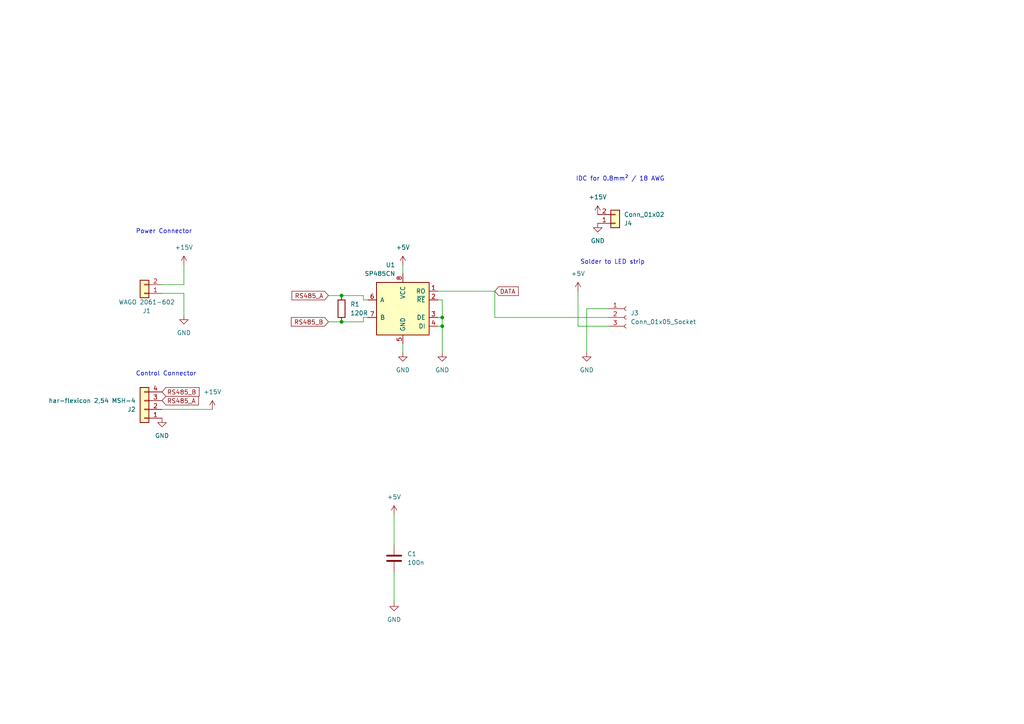
<source format=kicad_sch>
(kicad_sch (version 20230121) (generator eeschema)
  (paper "A4")
  (lib_symbols
    (symbol "Connector:Conn_01x03_Socket" (pin_names (offset 1.016) hide)
      (property "Reference" "J" (at 0 5.08 0))
      (property "Value" "Conn_01x03_Socket" (at 0 -5.08 0))
      (symbol "Conn_01x03_Socket_1_1"
        (arc (start 0 -2.032) (mid -0.5058 -2.54) (end 0 -3.048) (stroke (width 0.1524)))
        (polyline (pts (xy -1.27 -2.54) (xy -0.508 -2.54)) (stroke (width 0.1524)))
        (polyline (pts (xy -1.27 0) (xy -0.508 0)) (stroke (width 0.1524)))
        (polyline (pts (xy -1.27 2.54) (xy -0.508 2.54)) (stroke (width 0.1524)))
        (arc (start 0 0.508) (mid -0.5058 0) (end 0 -0.508) (stroke (width 0.1524)))
        (arc (start 0 3.048) (mid -0.5058 2.54) (end 0 2.032) (stroke (width 0.1524)))
        (pin passive line (at -5.08 2.54 0) (length 3.81) (name "Pin_1") (number "1"))
        (pin passive line (at -5.08 0 0) (length 3.81) (name "Pin_2") (number "2"))
        (pin passive line (at -5.08 -2.54 0) (length 3.81) (name "Pin_3") (number "3"))
      )
    )
    (symbol "Connector_Generic:Conn_01x02" (pin_names (offset 1.016) hide)
      (property "Reference" "J" (at 0 2.54 0))
      (property "Value" "Conn_01x02" (at 0 -5.08 0))
      (symbol "Conn_01x02_1_1"
        (rectangle (start -1.27 -2.413) (end 0 -2.667) (stroke (width 0.1524)))
        (rectangle (start -1.27 0.127) (end 0 -0.127) (stroke (width 0.1524)))
        (rectangle (start -1.27 1.27) (end 1.27 -3.81) (stroke (width 0.254)) (fill (type background)))
        (pin passive line (at -5.08 0 0) (length 3.81) (name "Pin_1") (number "1"))
        (pin passive line (at -5.08 -2.54 0) (length 3.81) (name "Pin_2") (number "2"))
      )
    )
    (symbol "Connector_Generic:Conn_01x04" (pin_names (offset 1.016) hide)
      (property "Reference" "J" (at 0 5.08 0))
      (property "Value" "Conn_01x04" (at 0 -7.62 0))
      (symbol "Conn_01x04_1_1"
        (rectangle (start -1.27 -4.953) (end 0 -5.207) (stroke (width 0.1524)))
        (rectangle (start -1.27 -2.413) (end 0 -2.667) (stroke (width 0.1524)))
        (rectangle (start -1.27 0.127) (end 0 -0.127) (stroke (width 0.1524)))
        (rectangle (start -1.27 2.667) (end 0 2.413) (stroke (width 0.1524)))
        (rectangle (start -1.27 3.81) (end 1.27 -6.35) (stroke (width 0.254)) (fill (type background)))
        (pin passive line (at -5.08 2.54 0) (length 3.81) (name "Pin_1") (number "1"))
        (pin passive line (at -5.08 0 0) (length 3.81) (name "Pin_2") (number "2"))
        (pin passive line (at -5.08 -2.54 0) (length 3.81) (name "Pin_3") (number "3"))
        (pin passive line (at -5.08 -5.08 0) (length 3.81) (name "Pin_4") (number "4"))
      )
    )
    (symbol "Device:C" (pin_numbers hide) (pin_names (offset 0.254))
      (property "Reference" "C" (at 0.635 2.54 0))
      (property "Value" "C" (at 0.635 -2.54 0))
      (symbol "C_0_1"
        (polyline (pts (xy -2.032 -0.762) (xy 2.032 -0.762)) (stroke (width 0.508)))
        (polyline (pts (xy -2.032 0.762) (xy 2.032 0.762)) (stroke (width 0.508)))
      )
      (symbol "C_1_1"
        (pin passive line (at 0 3.81 270) (length 2.794) (name "~") (number "1"))
        (pin passive line (at 0 -3.81 90) (length 2.794) (name "~") (number "2"))
      )
    )
    (symbol "Device:R" (pin_numbers hide) (pin_names (offset 0))
      (property "Reference" "R" (at 2.032 0 90))
      (property "Value" "R" (at 0 0 90))
      (symbol "R_0_1"
        (rectangle (start -1.016 -2.54) (end 1.016 2.54) (stroke (width 0.254)))
      )
      (symbol "R_1_1"
        (pin passive line (at 0 3.81 270) (length 1.27) (name "~") (number "1"))
        (pin passive line (at 0 -3.81 90) (length 1.27) (name "~") (number "2"))
      )
    )
    (symbol "Interface_UART:SP3485CN" (pin_names (offset 1.016))
      (property "Reference" "U" (at -7.62 8.89 0))
      (property "Value" "SP3485CN" (at 2.54 8.89 0))
      (symbol "SP3485CN_0_1"
        (rectangle (start -7.62 7.62) (end 7.62 -7.62) (stroke (width 0.254)) (fill (type background)))
      )
      (symbol "SP3485CN_1_1"
        (pin output line (at -10.16 5.08 0) (length 2.54) (name "RO") (number "1"))
        (pin input line (at -10.16 2.54 0) (length 2.54) (name "~{RE}") (number "2"))
        (pin input line (at -10.16 -2.54 0) (length 2.54) (name "DE") (number "3"))
        (pin input line (at -10.16 -5.08 0) (length 2.54) (name "DI") (number "4"))
        (pin power_in line (at 0 -10.16 90) (length 2.54) (name "GND") (number "5"))
        (pin bidirectional line (at 10.16 2.54 180) (length 2.54) (name "A") (number "6"))
        (pin bidirectional line (at 10.16 -2.54 180) (length 2.54) (name "B") (number "7"))
        (pin power_in line (at 0 10.16 270) (length 2.54) (name "VCC") (number "8"))
      )
    )
    (symbol "power:+15V" (power) (pin_names (offset 0))
      (property "Value" "+15V" (at 0 3.556 0))
      (symbol "+15V_0_1"
        (polyline (pts (xy -0.762 1.27) (xy 0 2.54)))
        (polyline (pts (xy 0 0) (xy 0 2.54)))
        (polyline (pts (xy 0 2.54) (xy 0.762 1.27)))
      )
      (symbol "+15V_1_1"
        (pin power_in line (at 0 0 90) (length 0) hide (name "+15V") (number "1"))
      )
    )
    (symbol "power:+5V" (power) (pin_names (offset 0))
      (property "Value" "+5V" (at 0 3.556 0))
      (symbol "+5V_0_1"
        (polyline (pts (xy -0.762 1.27) (xy 0 2.54)))
        (polyline (pts (xy 0 0) (xy 0 2.54)))
        (polyline (pts (xy 0 2.54) (xy 0.762 1.27)))
      )
      (symbol "+5V_1_1"
        (pin power_in line (at 0 0 90) (length 0) hide (name "+5V") (number "1"))
      )
    )
    (symbol "power:GND" (power) (pin_names (offset 0))
      (property "Value" "GND" (at 0 -3.81 0))
      (symbol "GND_0_1"
        (polyline (pts (xy 0 0) (xy 0 -1.27) (xy 1.27 -1.27) (xy 0 -2.54) (xy -1.27 -1.27) (xy 0 -1.27)))
      )
      (symbol "GND_1_1"
        (pin power_in line (at 0 0 270) (length 0) hide (name "GND") (number "1"))
      )
    )
  )
  (junction (at 99.06 85.725))
  (junction (at 128.27 94.615))
  (junction (at 99.06 93.345))
  (junction (at 128.27 92.075))
  (wire (pts (xy 170.18 89.535) (xy 176.53 89.535)))
  (wire (pts (xy 53.34 82.55) (xy 46.99 82.55)))
  (wire (pts (xy 95.25 93.345) (xy 99.06 93.345)))
  (wire (pts (xy 105.41 92.075) (xy 105.41 93.345)))
  (wire (pts (xy 105.41 92.075) (xy 106.68 92.075)))
  (wire (pts (xy 99.06 93.345) (xy 105.41 93.345)))
  (wire (pts (xy 127 92.075) (xy 128.27 92.075)))
  (wire (pts (xy 127 86.995) (xy 128.27 86.995)))
  (wire (pts (xy 167.64 84.455) (xy 167.64 94.615)))
  (wire (pts (xy 105.41 86.995) (xy 106.68 86.995)))
  (wire (pts (xy 99.06 85.725) (xy 95.25 85.725)))
  (wire (pts (xy 176.53 92.075) (xy 143.51 92.075)))
  (wire (pts (xy 114.3 149.225) (xy 114.3 158.115)))
  (wire (pts (xy 143.51 84.455) (xy 127 84.455)))
  (wire (pts (xy 128.27 92.075) (xy 128.27 94.615)))
  (wire (pts (xy 105.41 85.725) (xy 105.41 86.995)))
  (wire (pts (xy 53.34 85.09) (xy 46.99 85.09)))
  (wire (pts (xy 170.18 89.535) (xy 170.18 102.235)))
  (wire (pts (xy 116.84 99.695) (xy 116.84 102.235)))
  (wire (pts (xy 46.99 118.745) (xy 61.595 118.745)))
  (wire (pts (xy 116.84 76.835) (xy 116.84 79.375)))
  (wire (pts (xy 99.06 85.725) (xy 105.41 85.725)))
  (wire (pts (xy 53.34 76.835) (xy 53.34 82.55)))
  (wire (pts (xy 167.64 94.615) (xy 176.53 94.615)))
  (wire (pts (xy 114.3 165.735) (xy 114.3 174.625)))
  (wire (pts (xy 143.51 92.075) (xy 143.51 84.455)))
  (wire (pts (xy 128.27 94.615) (xy 128.27 102.235)))
  (wire (pts (xy 127 94.615) (xy 128.27 94.615)))
  (wire (pts (xy 53.34 91.44) (xy 53.34 85.09)))
  (wire (pts (xy 128.27 86.995) (xy 128.27 92.075)))
  (text "IDC for 0.8mm² / 18 AWG" (at 167.005 52.705 0) (effects (font (size 1.27 1.27)) (justify left bottom)))
  (text "Control Connector" (at 39.37 109.22 0) (effects (font (size 1.27 1.27)) (justify left bottom)))
  (text "Solder to LED strip" (at 168.275 76.835 0) (effects (font (size 1.27 1.27)) (justify left bottom)))
  (text "Power Connector" (at 39.37 67.945 0) (effects (font (size 1.27 1.27)) (justify left bottom)))
  (global_label "RS485_A" (shape input) (at 46.99 116.205 0) (property "Intersheetrefs" "${INTERSHEET_REFS}" (effects hide)))
  (global_label "DATA" (shape input) (at 143.51 84.455 0) (property "Intersheetrefs" "${INTERSHEET_REFS}" (effects hide)))
  (global_label "RS485_B" (shape input) (at 46.99 113.665 0) (property "Intersheetrefs" "${INTERSHEET_REFS}" (effects hide)))
  (global_label "RS485_B" (shape input) (at 95.25 93.345 180) (property "Intersheetrefs" "${INTERSHEET_REFS}" (effects hide)))
  (global_label "RS485_A" (shape input) (at 95.25 85.725 180) (property "Intersheetrefs" "${INTERSHEET_REFS}" (effects hide)))
  (symbol (lib_id "power:GND") (at 128.27 102.235 0) (unit 1)
    (property "Reference" "#PWR08" (effects hide))
    (property "Value" "GND" (at 128.27 107.315 0))
  )
  (symbol (lib_id "Interface_UART:SP3485CN") (at 116.84 89.535 0) (mirror y) (unit 1)
    (property "Reference" "U1" (at 114.6459 76.835 0) (effects (justify left)))
    (property "Value" "SP485CN" (at 114.6459 79.375 0) (effects (justify left)))
    (property "Footprint" "local:SP485" (effects hide))
    (property "Datasheet" "http://www.icbase.com/pdf/SPX/SPX00480106.pdf" (effects hide))
  )
  (symbol (lib_id "power:+15V") (at 61.595 118.745 0) (unit 1)
    (property "Reference" "#PWR013" (effects hide))
    (property "Value" "+15V" (at 61.595 113.665 0))
  )
  (symbol (lib_id "power:GND") (at 170.18 102.235 0) (unit 1)
    (property "Reference" "#PWR02" (effects hide))
    (property "Value" "GND" (at 170.18 107.315 0))
  )
  (symbol (lib_id "power:GND") (at 53.34 91.44 0) (unit 1)
    (property "Reference" "#PWR06" (effects hide))
    (property "Value" "GND" (at 53.34 96.52 0))
  )
  (symbol (lib_id "power:+5V") (at 167.64 84.455 0) (unit 1)
    (property "Reference" "#PWR01" (effects hide))
    (property "Value" "+5V" (at 167.64 79.375 0))
  )
  (symbol (lib_id "power:GND") (at 114.3 174.625 0) (unit 1)
    (property "Reference" "#PWR09" (effects hide))
    (property "Value" "GND" (at 114.3 179.705 0))
  )
  (symbol (lib_id "power:+5V") (at 114.3 149.225 0) (unit 1)
    (property "Reference" "#PWR010" (effects hide))
    (property "Value" "+5V" (at 114.3 144.145 0))
  )
  (symbol (lib_id "Connector_Generic:Conn_01x04") (at 41.91 118.745 180) (unit 1)
    (property "Reference" "J2" (at 39.37 118.745 0) (effects (justify left)))
    (property "Value" "har-flexicon 2,54 MSH-4" (at 39.37 116.205 0) (effects (justify left)))
    (property "Footprint" "local:Harting14110413002000" (effects hide))
  )
  (symbol (lib_id "power:+15V") (at 53.34 76.835 0) (unit 1)
    (property "Reference" "#PWR07" (effects hide))
    (property "Value" "+15V" (at 53.34 71.755 0))
  )
  (symbol (lib_id "power:+15V") (at 173.355 62.23 0) (unit 1)
    (property "Reference" "#PWR012" (effects hide))
    (property "Value" "+15V" (at 173.355 57.15 0))
  )
  (symbol (lib_id "power:+5V") (at 116.84 76.835 0) (unit 1)
    (property "Reference" "#PWR05" (effects hide))
    (property "Value" "+5V" (at 116.84 71.755 0))
  )
  (symbol (lib_id "power:GND") (at 116.84 102.235 0) (unit 1)
    (property "Reference" "#PWR04" (effects hide))
    (property "Value" "GND" (at 116.84 107.315 0))
  )
  (symbol (lib_id "power:GND") (at 173.355 64.77 0) (unit 1)
    (property "Reference" "#PWR011" (effects hide))
    (property "Value" "GND" (at 173.355 69.85 0))
  )
  (symbol (lib_id "Connector_Generic:Conn_01x02") (at 41.91 85.09 180) (unit 1)
    (property "Reference" "J1" (at 42.545 90.17 0))
    (property "Value" "WAGO 2061-602" (at 42.545 87.63 0))
    (property "Footprint" "local:WAGO2061-602" (effects hide))
  )
  (symbol (lib_id "Device:C") (at 114.3 161.925 0) (unit 1)
    (property "Reference" "C1" (at 118.11 160.655 0) (effects (justify left)))
    (property "Value" "100n" (at 118.11 163.195 0) (effects (justify left)))
    (property "Footprint" "Capacitor_SMD:C_0603_1608Metric" (effects hide))
  )
  (symbol (lib_id "Device:R") (at 99.06 89.535 0) (unit 1)
    (property "Reference" "R1" (at 101.6 88.265 0) (effects (justify left)))
    (property "Value" "120R" (at 101.6 90.805 0) (effects (justify left)))
    (property "Footprint" "Resistor_SMD:R_1206_3216Metric" (effects hide))
  )
  (symbol (lib_id "power:GND") (at 46.99 121.285 0) (unit 1)
    (property "Reference" "#PWR03" (effects hide))
    (property "Value" "GND" (at 46.99 126.365 0))
  )
  (symbol (lib_id "Connector:Conn_01x03_Socket") (at 181.61 92.075 0) (unit 1)
    (property "Reference" "J3" (at 182.88 90.805 0) (effects (justify left)))
    (property "Value" "Conn_01x05_Socket" (at 182.88 93.345 0) (effects (justify left)))
    (property "Footprint" "local:HolesL" (effects hide))
  )
  (symbol (lib_id "Connector_Generic:Conn_01x02") (at 178.435 64.77 0) (mirror x) (unit 1)
    (property "Reference" "J4" (at 180.975 64.77 0) (effects (justify left)))
    (property "Value" "Conn_01x02" (at 180.975 62.23 0) (effects (justify left)))
    (property "Footprint" "local:Kyocera-009176002001906" (effects hide))
  )
)
</source>
